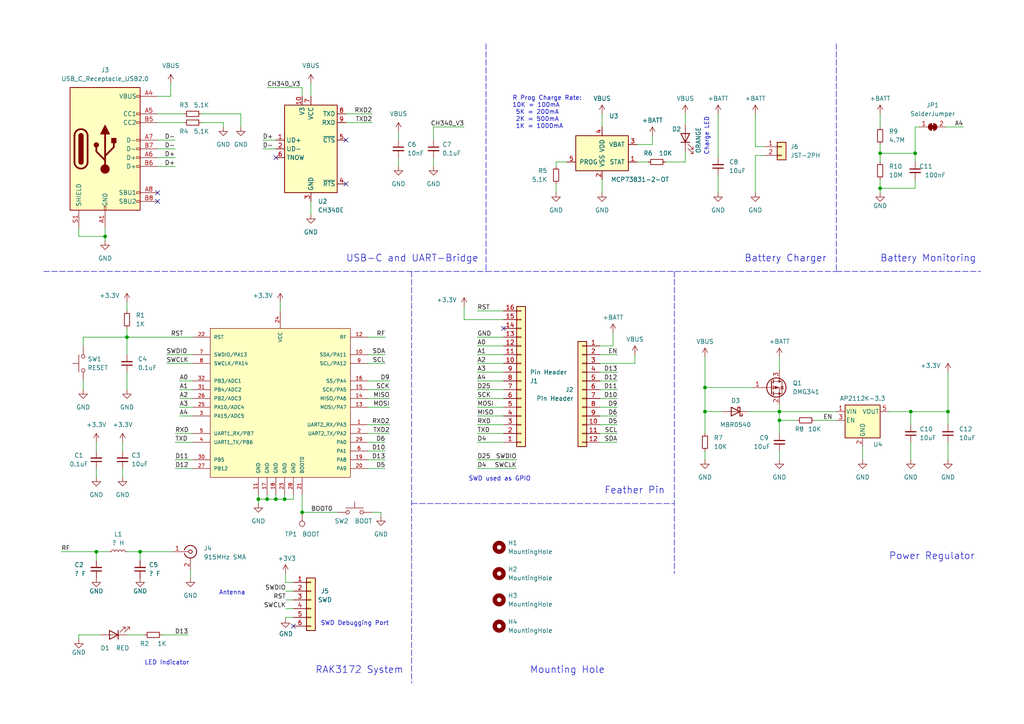
<source format=kicad_sch>
(kicad_sch (version 20211123) (generator eeschema)
  (paper "A4")
  (lib_symbols
    (symbol "Battery_Management:MCP73831-2-OT" (pin_names (offset 1.016))
      (property "Reference" "U" (at -7.62 6.35 0))
      (property "Value" "MCP73831-2-OT" (at 1.27 6.35 0))
      (symbol "MCP73831-2-OT_1_1"
        (pin output line (at 10.16 -2.54 180) (length 2.54) (name "STAT") (number "1"))
        (pin power_in line (at 0 -7.62 90) (length 2.54) (name "VSS") (number "2"))
        (pin power_out line (at 10.16 2.54 180) (length 2.54) (name "VBAT") (number "3"))
        (pin power_in line (at 0 7.62 270) (length 2.54) (name "VDD") (number "4"))
        (pin input line (at -10.16 -2.54 0) (length 2.54) (name "PROG") (number "5"))
      )
    )
    (symbol "Connector:Conn_Coaxial" (pin_names (offset 1.016) hide)
      (property "Reference" "J" (at 0.254 3.048 0))
      (property "Value" "Conn_Coaxial" (at 2.921 0 90))
      (symbol "Conn_Coaxial_1_1"
        (pin passive line (at -5.08 0 0) (length 2.54) (name "In") (number "1"))
        (pin passive line (at 0 -5.08 90) (length 2.54) (name "Ext") (number "2"))
      )
    )
    (symbol "Connector:TestPoint" (pin_numbers hide) (pin_names (offset 0.762) hide)
      (property "Reference" "TP" (at 0 6.858 0))
      (property "Value" "TestPoint" (at 0 5.08 0))
      (symbol "TestPoint_1_1"
        (pin passive line (at 0 0 90) (length 2.54) (name "1") (number "1"))
      )
    )
    (symbol "Connector:USB_C_Receptacle_USB2.0" (pin_names (offset 1.016))
      (property "Reference" "J" (at -10.16 19.05 0))
      (property "Value" "USB_C_Receptacle_USB2.0" (at 19.05 19.05 0))
      (symbol "USB_C_Receptacle_USB2.0_1_1"
        (pin passive line (at 0 -22.86 90) (length 5.08) (name "GND") (number "A1"))
        (pin passive line (at 0 -22.86 90) (length 5.08) hide (name "GND") (number "A12"))
        (pin passive line (at 15.24 15.24 180) (length 5.08) (name "VBUS") (number "A4"))
        (pin bidirectional line (at 15.24 10.16 180) (length 5.08) (name "CC1") (number "A5"))
        (pin bidirectional line (at 15.24 -2.54 180) (length 5.08) (name "D+") (number "A6"))
        (pin bidirectional line (at 15.24 2.54 180) (length 5.08) (name "D-") (number "A7"))
        (pin bidirectional line (at 15.24 -12.7 180) (length 5.08) (name "SBU1") (number "A8"))
        (pin passive line (at 15.24 15.24 180) (length 5.08) hide (name "VBUS") (number "A9"))
        (pin passive line (at 0 -22.86 90) (length 5.08) hide (name "GND") (number "B1"))
        (pin passive line (at 0 -22.86 90) (length 5.08) hide (name "GND") (number "B12"))
        (pin passive line (at 15.24 15.24 180) (length 5.08) hide (name "VBUS") (number "B4"))
        (pin bidirectional line (at 15.24 7.62 180) (length 5.08) (name "CC2") (number "B5"))
        (pin bidirectional line (at 15.24 -5.08 180) (length 5.08) (name "D+") (number "B6"))
        (pin bidirectional line (at 15.24 0 180) (length 5.08) (name "D-") (number "B7"))
        (pin bidirectional line (at 15.24 -15.24 180) (length 5.08) (name "SBU2") (number "B8"))
        (pin passive line (at 15.24 15.24 180) (length 5.08) hide (name "VBUS") (number "B9"))
        (pin passive line (at -7.62 -22.86 90) (length 5.08) (name "SHIELD") (number "S1"))
      )
    )
    (symbol "Connector_Generic:Conn_01x02" (pin_names (offset 1.016) hide)
      (property "Reference" "J" (at 0 2.54 0))
      (property "Value" "Conn_01x02" (at 0 -5.08 0))
      (symbol "Conn_01x02_1_1"
        (pin passive line (at -5.08 0 0) (length 3.81) (name "Pin_1") (number "1"))
        (pin passive line (at -5.08 -2.54 0) (length 3.81) (name "Pin_2") (number "2"))
      )
    )
    (symbol "Connector_Generic:Conn_01x06" (pin_names (offset 1.016) hide)
      (property "Reference" "J" (at 0 7.62 0))
      (property "Value" "Conn_01x06" (at 0 -10.16 0))
      (symbol "Conn_01x06_1_1"
        (pin passive line (at -5.08 5.08 0) (length 3.81) (name "Pin_1") (number "1"))
        (pin passive line (at -5.08 2.54 0) (length 3.81) (name "Pin_2") (number "2"))
        (pin passive line (at -5.08 0 0) (length 3.81) (name "Pin_3") (number "3"))
        (pin passive line (at -5.08 -2.54 0) (length 3.81) (name "Pin_4") (number "4"))
        (pin passive line (at -5.08 -5.08 0) (length 3.81) (name "Pin_5") (number "5"))
        (pin passive line (at -5.08 -7.62 0) (length 3.81) (name "Pin_6") (number "6"))
      )
    )
    (symbol "Connector_Generic:Conn_01x12" (pin_names (offset 1.016) hide)
      (property "Reference" "J" (at 0 15.24 0))
      (property "Value" "Conn_01x12" (at 0 -17.78 0))
      (symbol "Conn_01x12_1_1"
        (pin passive line (at -5.08 12.7 0) (length 3.81) (name "Pin_1") (number "1"))
        (pin passive line (at -5.08 -10.16 0) (length 3.81) (name "Pin_10") (number "10"))
        (pin passive line (at -5.08 -12.7 0) (length 3.81) (name "Pin_11") (number "11"))
        (pin passive line (at -5.08 -15.24 0) (length 3.81) (name "Pin_12") (number "12"))
        (pin passive line (at -5.08 10.16 0) (length 3.81) (name "Pin_2") (number "2"))
        (pin passive line (at -5.08 7.62 0) (length 3.81) (name "Pin_3") (number "3"))
        (pin passive line (at -5.08 5.08 0) (length 3.81) (name "Pin_4") (number "4"))
        (pin passive line (at -5.08 2.54 0) (length 3.81) (name "Pin_5") (number "5"))
        (pin passive line (at -5.08 0 0) (length 3.81) (name "Pin_6") (number "6"))
        (pin passive line (at -5.08 -2.54 0) (length 3.81) (name "Pin_7") (number "7"))
        (pin passive line (at -5.08 -5.08 0) (length 3.81) (name "Pin_8") (number "8"))
        (pin passive line (at -5.08 -7.62 0) (length 3.81) (name "Pin_9") (number "9"))
      )
    )
    (symbol "Connector_Generic:Conn_01x16" (pin_names (offset 1.016) hide)
      (property "Reference" "J" (at 0 20.32 0))
      (property "Value" "Conn_01x16" (at 0 -22.86 0))
      (symbol "Conn_01x16_1_1"
        (pin passive line (at -5.08 17.78 0) (length 3.81) (name "Pin_1") (number "1"))
        (pin passive line (at -5.08 -5.08 0) (length 3.81) (name "Pin_10") (number "10"))
        (pin passive line (at -5.08 -7.62 0) (length 3.81) (name "Pin_11") (number "11"))
        (pin passive line (at -5.08 -10.16 0) (length 3.81) (name "Pin_12") (number "12"))
        (pin passive line (at -5.08 -12.7 0) (length 3.81) (name "Pin_13") (number "13"))
        (pin passive line (at -5.08 -15.24 0) (length 3.81) (name "Pin_14") (number "14"))
        (pin passive line (at -5.08 -17.78 0) (length 3.81) (name "Pin_15") (number "15"))
        (pin passive line (at -5.08 -20.32 0) (length 3.81) (name "Pin_16") (number "16"))
        (pin passive line (at -5.08 15.24 0) (length 3.81) (name "Pin_2") (number "2"))
        (pin passive line (at -5.08 12.7 0) (length 3.81) (name "Pin_3") (number "3"))
        (pin passive line (at -5.08 10.16 0) (length 3.81) (name "Pin_4") (number "4"))
        (pin passive line (at -5.08 7.62 0) (length 3.81) (name "Pin_5") (number "5"))
        (pin passive line (at -5.08 5.08 0) (length 3.81) (name "Pin_6") (number "6"))
        (pin passive line (at -5.08 2.54 0) (length 3.81) (name "Pin_7") (number "7"))
        (pin passive line (at -5.08 0 0) (length 3.81) (name "Pin_8") (number "8"))
        (pin passive line (at -5.08 -2.54 0) (length 3.81) (name "Pin_9") (number "9"))
      )
    )
    (symbol "Device:C_Small" (pin_numbers hide) (pin_names (offset 0.254) hide)
      (property "Reference" "C" (at 0.254 1.778 0))
      (property "Value" "C_Small" (at 0.254 -2.032 0))
      (symbol "C_Small_1_1"
        (pin passive line (at 0 2.54 270) (length 2.032) (name "~") (number "1"))
        (pin passive line (at 0 -2.54 90) (length 2.032) (name "~") (number "2"))
      )
    )
    (symbol "Device:LED" (pin_numbers hide) (pin_names (offset 1.016) hide)
      (property "Reference" "D" (at 0 2.54 0))
      (property "Value" "LED" (at 0 -2.54 0))
      (symbol "LED_1_1"
        (pin passive line (at -3.81 0 0) (length 2.54) (name "K") (number "1"))
        (pin passive line (at 3.81 0 180) (length 2.54) (name "A") (number "2"))
      )
    )
    (symbol "Device:L_Small" (pin_numbers hide) (pin_names (offset 0.254) hide)
      (property "Reference" "L" (at 0.762 1.016 0))
      (property "Value" "L_Small" (at 0.762 -1.016 0))
      (symbol "L_Small_1_1"
        (pin passive line (at 0 2.54 270) (length 0.508) (name "~") (number "1"))
        (pin passive line (at 0 -2.54 90) (length 0.508) (name "~") (number "2"))
      )
    )
    (symbol "Device:Q_PMOS_GSD" (pin_names (offset 0) hide)
      (property "Reference" "Q" (at 5.08 1.27 0))
      (property "Value" "Q_PMOS_GSD" (at 5.08 -1.27 0))
      (symbol "Q_PMOS_GSD_1_1"
        (pin input line (at -5.08 0 0) (length 2.54) (name "G") (number "1"))
        (pin passive line (at 2.54 -5.08 90) (length 2.54) (name "S") (number "2"))
        (pin passive line (at 2.54 5.08 270) (length 2.54) (name "D") (number "3"))
      )
    )
    (symbol "Device:R_Small" (pin_numbers hide) (pin_names (offset 0.254) hide)
      (property "Reference" "R" (at 0.762 0.508 0))
      (property "Value" "R_Small" (at 0.762 -1.016 0))
      (symbol "R_Small_1_1"
        (pin passive line (at 0 2.54 270) (length 0.762) (name "~") (number "1"))
        (pin passive line (at 0 -2.54 90) (length 0.762) (name "~") (number "2"))
      )
    )
    (symbol "Diode:MBR0540" (pin_numbers hide) (pin_names (offset 1.016) hide)
      (property "Reference" "D" (at 0 2.54 0))
      (property "Value" "MBR0540" (at 0 -2.54 0))
      (symbol "MBR0540_1_1"
        (pin passive line (at -3.81 0 0) (length 2.54) (name "K") (number "1"))
        (pin passive line (at 3.81 0 180) (length 2.54) (name "A") (number "2"))
      )
    )
    (symbol "Interface_USB:CH340E"
      (property "Reference" "U" (at -5.08 13.97 0))
      (property "Value" "CH340E" (at 1.27 13.97 0))
      (symbol "CH340E_1_1"
        (pin bidirectional line (at -10.16 2.54 0) (length 2.54) (name "UD+") (number "1"))
        (pin passive line (at -2.54 15.24 270) (length 2.54) (name "V3") (number "10"))
        (pin bidirectional line (at -10.16 0 0) (length 2.54) (name "UD-") (number "2"))
        (pin power_in line (at 0 -15.24 90) (length 2.54) (name "GND") (number "3"))
        (pin output line (at 10.16 -10.16 180) (length 2.54) (name "~{RTS}") (number "4"))
        (pin input line (at 10.16 2.54 180) (length 2.54) (name "~{CTS}") (number "5"))
        (pin output line (at -10.16 -2.54 0) (length 2.54) (name "TNOW") (number "6"))
        (pin power_in line (at 0 15.24 270) (length 2.54) (name "VCC") (number "7"))
        (pin output line (at 10.16 10.16 180) (length 2.54) (name "TXD") (number "8"))
        (pin input line (at 10.16 7.62 180) (length 2.54) (name "RXD") (number "9"))
      )
    )
    (symbol "Jumper:SolderJumper_2_Bridged" (pin_names (offset 0) hide)
      (property "Reference" "JP" (at 0 2.032 0))
      (property "Value" "SolderJumper_2_Bridged" (at 0 -2.54 0))
      (symbol "SolderJumper_2_Bridged_1_1"
        (pin passive line (at -3.81 0 0) (length 2.54) (name "A") (number "1"))
        (pin passive line (at 3.81 0 180) (length 2.54) (name "B") (number "2"))
      )
    )
    (symbol "Mechanical:MountingHole" (pin_names (offset 1.016))
      (property "Reference" "H" (at 0 5.08 0))
      (property "Value" "MountingHole" (at 0 3.175 0))
    )
    (symbol "Regulator_Linear:AP2112K-3.3" (pin_names (offset 0.254))
      (property "Reference" "U" (at -5.08 5.715 0))
      (property "Value" "AP2112K-3.3" (at 0 5.715 0))
      (symbol "AP2112K-3.3_1_1"
        (pin power_in line (at -7.62 2.54 0) (length 2.54) (name "VIN") (number "1"))
        (pin power_in line (at 0 -7.62 90) (length 2.54) (name "GND") (number "2"))
        (pin input line (at -7.62 0 0) (length 2.54) (name "EN") (number "3"))
        (pin no_connect line (at 5.08 0 180) (length 2.54) hide (name "NC") (number "4"))
        (pin power_out line (at 7.62 2.54 180) (length 2.54) (name "VOUT") (number "5"))
      )
    )
    (symbol "Switch:SW_Push" (pin_numbers hide) (pin_names (offset 1.016) hide)
      (property "Reference" "SW" (at 1.27 2.54 0))
      (property "Value" "SW_Push" (at 0 -1.524 0))
      (symbol "SW_Push_0_1"
        (pin passive line (at -5.08 0 0) (length 2.54) (name "1") (number "1"))
        (pin passive line (at 5.08 0 180) (length 2.54) (name "2") (number "2"))
      )
    )
    (symbol "Teapot:RAK3172" (pin_names (offset 1.016))
      (symbol "RAK3172_0_0"
        (pin bidirectional line (at 25.4 -6.35 180) (length 5.08) (name "UART2_RX/PA3") (number "1"))
        (pin bidirectional line (at 25.4 13.97 180) (length 5.08) (name "SDA/PA11") (number "10"))
        (pin output line (at -6.35 -26.67 90) (length 5.08) (name "GND") (number "11"))
        (pin output line (at 25.4 19.05 180) (length 5.08) (name "RF") (number "12"))
        (pin bidirectional line (at 25.4 -1.27 180) (length 5.08) (name "MOSI/PA7") (number "13"))
        (pin bidirectional line (at 25.4 1.27 180) (length 5.08) (name "MISO/PA6") (number "14"))
        (pin bidirectional line (at 25.4 3.81 180) (length 5.08) (name "SCK/PA5") (number "15"))
        (pin bidirectional line (at 25.4 6.35 180) (length 5.08) (name "SS/PA4") (number "16"))
        (pin output line (at -3.81 -26.67 90) (length 5.08) (name "GND") (number "17"))
        (pin output line (at -1.27 -26.67 90) (length 5.08) (name "GND") (number "18"))
        (pin bidirectional line (at 25.4 -16.51 180) (length 5.08) (name "PA8") (number "19"))
        (pin bidirectional line (at 25.4 -8.89 180) (length 5.08) (name "UART2_TX/PA2") (number "2"))
        (pin bidirectional line (at 25.4 -19.05 180) (length 5.08) (name "PA9") (number "20"))
        (pin input line (at 6.35 -26.67 90) (length 5.08) (name "BOOT0") (number "21"))
        (pin input line (at -25.4 19.05 0) (length 5.08) (name "RST") (number "22"))
        (pin output line (at 1.27 -26.67 90) (length 5.08) (name "GND") (number "23"))
        (pin power_in line (at 0 26.67 270) (length 5.08) (name "VCC") (number "24"))
        (pin bidirectional line (at -25.4 -1.27 0) (length 5.08) (name "PA10/ADC4") (number "25"))
        (pin bidirectional line (at -25.4 1.27 0) (length 5.08) (name "PB2/ADC3") (number "26"))
        (pin bidirectional line (at -25.4 -19.05 0) (length 5.08) (name "PB12") (number "27"))
        (pin output line (at 3.81 -26.67 90) (length 5.08) (name "GND") (number "28"))
        (pin bidirectional line (at 25.4 -11.43 180) (length 5.08) (name "PA0") (number "29"))
        (pin bidirectional line (at -25.4 -3.81 0) (length 5.08) (name "PA15/ADC5") (number "3"))
        (pin bidirectional line (at -25.4 -16.51 0) (length 5.08) (name "PB5") (number "30"))
        (pin bidirectional line (at -25.4 3.81 0) (length 5.08) (name "PB4/ADC2") (number "31"))
        (pin bidirectional line (at -25.4 6.35 0) (length 5.08) (name "PB3/ADC1") (number "32"))
        (pin bidirectional line (at -25.4 -11.43 0) (length 5.08) (name "UART1_TX/PB6") (number "4"))
        (pin bidirectional line (at -25.4 -8.89 0) (length 5.08) (name "UART1_RX/PB7") (number "5"))
        (pin bidirectional line (at 25.4 -13.97 180) (length 5.08) (name "PA1") (number "6"))
        (pin bidirectional line (at -25.4 13.97 0) (length 5.08) (name "SWDIO/PA13") (number "7"))
        (pin bidirectional line (at -25.4 11.43 0) (length 5.08) (name "SWCLK/PA14") (number "8"))
        (pin bidirectional line (at 25.4 11.43 180) (length 5.08) (name "SCL/PA12") (number "9"))
      )
    )
    (symbol "power:+3.3V" (power) (pin_names (offset 0))
      (property "Value" "+3.3V" (at 0 3.556 0))
      (symbol "+3.3V_1_1"
        (pin power_in line (at 0 0 90) (length 0) hide (name "+3.3V") (number "1"))
      )
    )
    (symbol "power:+3V3" (power) (pin_names (offset 0))
      (property "Value" "+3V3" (at 0 3.556 0))
      (symbol "+3V3_1_1"
        (pin power_in line (at 0 0 90) (length 0) hide (name "+3V3") (number "1"))
      )
    )
    (symbol "power:+BATT" (power) (pin_names (offset 0))
      (property "Value" "+BATT" (at 0 3.556 0))
      (symbol "+BATT_1_1"
        (pin power_in line (at 0 0 90) (length 0) hide (name "+BATT") (number "1"))
      )
    )
    (symbol "power:GND" (power) (pin_names (offset 0))
      (property "Value" "GND" (at 0 -3.81 0))
      (symbol "GND_1_1"
        (pin power_in line (at 0 0 270) (length 0) hide (name "GND") (number "1"))
      )
    )
    (symbol "power:VBUS" (power) (pin_names (offset 0))
      (property "Value" "VBUS" (at 0 3.81 0))
      (symbol "VBUS_1_1"
        (pin power_in line (at 0 0 90) (length 0) hide (name "VBUS") (number "1"))
      )
    )
  )
  (junction (at 226.06 121.92))
  (junction (at 80.01 144.78))
  (junction (at 74.93 144.78))
  (junction (at 255.27 44.45))
  (junction (at 87.63 148.59))
  (junction (at 265.43 44.45))
  (junction (at 27.94 160.02))
  (junction (at 77.47 144.78))
  (junction (at 255.27 54.61))
  (junction (at 264.16 119.38))
  (junction (at 204.47 112.395))
  (junction (at 30.48 68.58))
  (junction (at 82.55 144.78))
  (junction (at 40.64 160.02))
  (junction (at 36.83 97.79))
  (junction (at 204.47 119.38))
  (junction (at 226.06 119.38))
  (junction (at 274.955 119.38))
  (no_connect (at 45.72 55.88))
  (no_connect (at 45.72 58.42))
  (no_connect (at 100.33 53.34))
  (no_connect (at 100.33 40.64))
  (no_connect (at 146.05 95.25))
  (no_connect (at 80.01 45.72))
  (no_connect (at 85.09 181.61))
  (polyline (pts (xy 140.97 12.7) (xy 140.97 78.74)))
  (wire (pts (xy 138.43 133.35) (xy 149.86 133.35)))
  (wire (pts (xy 138.43 113.03) (xy 146.05 113.03)))
  (wire (pts (xy 40.64 160.02) (xy 40.64 162.56)))
  (wire (pts (xy 274.955 107.95) (xy 274.955 119.38)))
  (wire (pts (xy 45.72 40.64) (xy 50.8 40.64)))
  (wire (pts (xy 138.43 100.33) (xy 146.05 100.33)))
  (wire (pts (xy 274.32 36.83) (xy 279.4 36.83)))
  (wire (pts (xy 80.01 144.78) (xy 77.47 144.78)))
  (wire (pts (xy 36.83 97.79) (xy 55.88 97.79)))
  (wire (pts (xy 106.68 130.81) (xy 111.76 130.81)))
  (wire (pts (xy 226.06 121.92) (xy 231.14 121.92)))
  (wire (pts (xy 30.48 68.58) (xy 30.48 69.85)))
  (wire (pts (xy 204.47 130.81) (xy 204.47 133.35)))
  (wire (pts (xy 45.72 48.26) (xy 50.8 48.26)))
  (wire (pts (xy 85.09 144.78) (xy 82.55 144.78)))
  (wire (pts (xy 24.13 110.49) (xy 24.13 113.03)))
  (wire (pts (xy 106.68 105.41) (xy 111.76 105.41)))
  (wire (pts (xy 36.83 97.79) (xy 36.83 102.87)))
  (wire (pts (xy 27.94 135.89) (xy 27.94 138.43)))
  (wire (pts (xy 49.53 24.13) (xy 49.53 27.94)))
  (wire (pts (xy 198.755 33.02) (xy 198.755 36.195)))
  (wire (pts (xy 226.06 121.92) (xy 226.06 125.73)))
  (wire (pts (xy 204.47 112.395) (xy 218.44 112.395)))
  (wire (pts (xy 29.21 184.15) (xy 22.86 184.15)))
  (wire (pts (xy 24.13 100.33) (xy 24.13 97.79)))
  (wire (pts (xy 138.43 120.65) (xy 146.05 120.65)))
  (wire (pts (xy 138.43 110.49) (xy 146.05 110.49)))
  (wire (pts (xy 134.62 92.71) (xy 134.62 88.9)))
  (polyline (pts (xy 242.57 78.74) (xy 284.48 78.74)))
  (wire (pts (xy 85.09 143.51) (xy 85.09 144.78)))
  (wire (pts (xy 50.8 133.35) (xy 55.88 133.35)))
  (wire (pts (xy 208.28 50.8) (xy 208.28 55.88)))
  (wire (pts (xy 74.93 144.78) (xy 74.93 146.05)))
  (wire (pts (xy 22.86 184.15) (xy 22.86 185.42)))
  (wire (pts (xy 50.8 128.27) (xy 55.88 128.27)))
  (wire (pts (xy 226.06 130.81) (xy 226.06 133.35)))
  (wire (pts (xy 179.07 120.65) (xy 173.99 120.65)))
  (wire (pts (xy 179.07 110.49) (xy 173.99 110.49)))
  (wire (pts (xy 264.16 128.27) (xy 264.16 133.35)))
  (wire (pts (xy 174.625 52.07) (xy 174.625 55.88)))
  (wire (pts (xy 255.27 54.61) (xy 255.27 55.88)))
  (polyline (pts (xy 119.38 78.74) (xy 119.38 198.12)))
  (wire (pts (xy 189.23 39.37) (xy 189.23 41.91)))
  (wire (pts (xy 265.43 44.45) (xy 265.43 46.99)))
  (wire (pts (xy 50.8 125.73) (xy 55.88 125.73)))
  (polyline (pts (xy 140.97 78.74) (xy 242.57 78.74)))
  (wire (pts (xy 115.57 38.1) (xy 115.57 40.64)))
  (wire (pts (xy 52.07 110.49) (xy 55.88 110.49)))
  (wire (pts (xy 138.43 105.41) (xy 146.05 105.41)))
  (wire (pts (xy 274.955 119.38) (xy 274.955 123.19)))
  (wire (pts (xy 69.85 33.02) (xy 69.85 36.83)))
  (wire (pts (xy 189.23 41.91) (xy 184.785 41.91)))
  (wire (pts (xy 204.47 103.505) (xy 204.47 112.395)))
  (polyline (pts (xy 12.7 78.74) (xy 140.97 78.74)))
  (wire (pts (xy 179.07 107.95) (xy 173.99 107.95)))
  (wire (pts (xy 106.68 133.35) (xy 111.76 133.35)))
  (wire (pts (xy 138.43 90.17) (xy 146.05 90.17)))
  (wire (pts (xy 50.8 135.89) (xy 55.88 135.89)))
  (wire (pts (xy 265.43 52.07) (xy 265.43 54.61)))
  (wire (pts (xy 17.78 160.02) (xy 27.94 160.02)))
  (wire (pts (xy 52.07 115.57) (xy 55.88 115.57)))
  (wire (pts (xy 87.63 143.51) (xy 87.63 148.59)))
  (wire (pts (xy 106.68 113.03) (xy 113.03 113.03)))
  (wire (pts (xy 264.16 119.38) (xy 264.16 123.19)))
  (wire (pts (xy 85.09 171.45) (xy 82.931 171.45)))
  (wire (pts (xy 174.625 33.02) (xy 174.625 36.83)))
  (wire (pts (xy 106.68 115.57) (xy 113.03 115.57)))
  (wire (pts (xy 45.72 35.56) (xy 53.34 35.56)))
  (wire (pts (xy 226.06 119.38) (xy 226.06 121.92)))
  (wire (pts (xy 35.56 128.27) (xy 35.56 130.81)))
  (wire (pts (xy 221.615 42.545) (xy 219.075 42.545)))
  (wire (pts (xy 82.804 168.91) (xy 85.09 168.91)))
  (wire (pts (xy 49.53 27.94) (xy 45.72 27.94)))
  (wire (pts (xy 179.07 125.73) (xy 173.99 125.73)))
  (wire (pts (xy 134.62 36.83) (xy 125.73 36.83)))
  (wire (pts (xy 138.43 118.11) (xy 146.05 118.11)))
  (wire (pts (xy 87.63 148.59) (xy 97.79 148.59)))
  (wire (pts (xy 177.8 96.52) (xy 177.8 100.33)))
  (polyline (pts (xy 119.38 146.05) (xy 195.58 146.05)))
  (wire (pts (xy 106.68 123.19) (xy 113.03 123.19)))
  (wire (pts (xy 138.43 125.73) (xy 146.05 125.73)))
  (polyline (pts (xy 242.57 12.7) (xy 242.57 78.74)))
  (wire (pts (xy 125.73 45.72) (xy 125.73 48.26)))
  (wire (pts (xy 179.07 118.11) (xy 173.99 118.11)))
  (wire (pts (xy 265.43 54.61) (xy 255.27 54.61)))
  (wire (pts (xy 255.27 44.45) (xy 265.43 44.45)))
  (wire (pts (xy 179.07 123.19) (xy 173.99 123.19)))
  (wire (pts (xy 274.955 128.27) (xy 274.955 133.35)))
  (wire (pts (xy 161.29 46.99) (xy 161.29 48.26)))
  (wire (pts (xy 138.43 107.95) (xy 146.05 107.95)))
  (wire (pts (xy 46.99 184.15) (xy 54.61 184.15)))
  (wire (pts (xy 82.931 173.99) (xy 85.09 173.99)))
  (wire (pts (xy 208.28 33.02) (xy 208.28 45.72)))
  (wire (pts (xy 27.94 128.27) (xy 27.94 130.81)))
  (wire (pts (xy 22.86 68.58) (xy 30.48 68.58)))
  (wire (pts (xy 58.42 33.02) (xy 69.85 33.02)))
  (wire (pts (xy 100.33 33.02) (xy 107.95 33.02)))
  (wire (pts (xy 198.755 46.99) (xy 193.04 46.99)))
  (wire (pts (xy 226.06 119.38) (xy 242.57 119.38)))
  (wire (pts (xy 204.47 112.395) (xy 204.47 119.38)))
  (wire (pts (xy 138.43 102.87) (xy 146.05 102.87)))
  (wire (pts (xy 100.33 35.56) (xy 107.95 35.56)))
  (wire (pts (xy 87.63 27.94) (xy 87.63 25.4)))
  (wire (pts (xy 179.07 115.57) (xy 173.99 115.57)))
  (wire (pts (xy 177.8 100.33) (xy 173.99 100.33)))
  (wire (pts (xy 27.94 160.02) (xy 27.94 162.56)))
  (wire (pts (xy 138.43 97.79) (xy 146.05 97.79)))
  (wire (pts (xy 219.075 55.88) (xy 219.075 45.085)))
  (wire (pts (xy 90.17 24.13) (xy 90.17 27.94)))
  (wire (pts (xy 27.94 160.02) (xy 31.75 160.02)))
  (wire (pts (xy 110.49 148.59) (xy 110.49 149.86)))
  (wire (pts (xy 45.72 33.02) (xy 53.34 33.02)))
  (wire (pts (xy 106.68 128.27) (xy 111.76 128.27)))
  (wire (pts (xy 255.27 44.45) (xy 255.27 46.99)))
  (wire (pts (xy 250.19 129.54) (xy 250.19 133.35)))
  (wire (pts (xy 52.07 118.11) (xy 55.88 118.11)))
  (wire (pts (xy 82.804 179.451) (xy 82.804 179.07)))
  (wire (pts (xy 64.77 35.56) (xy 64.77 36.83)))
  (wire (pts (xy 115.57 45.72) (xy 115.57 48.26)))
  (wire (pts (xy 138.43 128.27) (xy 146.05 128.27)))
  (wire (pts (xy 85.09 179.07) (xy 82.804 179.07)))
  (wire (pts (xy 179.07 128.27) (xy 173.99 128.27)))
  (wire (pts (xy 255.27 33.02) (xy 255.27 36.83)))
  (wire (pts (xy 36.83 97.79) (xy 36.83 95.25)))
  (wire (pts (xy 48.26 105.41) (xy 55.88 105.41)))
  (wire (pts (xy 24.13 97.79) (xy 36.83 97.79)))
  (wire (pts (xy 22.86 66.04) (xy 22.86 68.58)))
  (wire (pts (xy 106.68 118.11) (xy 113.03 118.11)))
  (wire (pts (xy 226.06 103.505) (xy 226.06 107.315)))
  (wire (pts (xy 58.42 35.56) (xy 64.77 35.56)))
  (polyline (pts (xy 195.58 78.74) (xy 195.58 166.37)))
  (wire (pts (xy 77.47 144.78) (xy 74.93 144.78)))
  (wire (pts (xy 106.68 97.79) (xy 111.76 97.79)))
  (wire (pts (xy 36.83 87.63) (xy 36.83 90.17)))
  (wire (pts (xy 36.83 107.95) (xy 36.83 113.03)))
  (wire (pts (xy 82.55 144.78) (xy 80.01 144.78)))
  (wire (pts (xy 48.26 102.87) (xy 55.88 102.87)))
  (wire (pts (xy 81.28 87.63) (xy 81.28 90.17)))
  (wire (pts (xy 264.16 119.38) (xy 274.955 119.38)))
  (wire (pts (xy 138.43 115.57) (xy 146.05 115.57)))
  (wire (pts (xy 52.07 120.65) (xy 55.88 120.65)))
  (wire (pts (xy 184.785 46.99) (xy 187.96 46.99)))
  (wire (pts (xy 106.68 135.89) (xy 111.76 135.89)))
  (wire (pts (xy 77.47 143.51) (xy 77.47 144.78)))
  (wire (pts (xy 40.64 160.02) (xy 50.165 160.02)))
  (wire (pts (xy 30.48 66.04) (xy 30.48 68.58)))
  (wire (pts (xy 184.15 102.87) (xy 184.15 105.41)))
  (wire (pts (xy 106.68 102.87) (xy 111.76 102.87)))
  (wire (pts (xy 204.47 119.38) (xy 204.47 125.73)))
  (wire (pts (xy 76.2 40.64) (xy 80.01 40.64)))
  (wire (pts (xy 226.06 117.475) (xy 226.06 119.38)))
  (wire (pts (xy 35.56 135.89) (xy 35.56 138.43)))
  (wire (pts (xy 217.17 119.38) (xy 226.06 119.38)))
  (wire (pts (xy 219.075 33.02) (xy 219.075 42.545)))
  (wire (pts (xy 45.72 45.72) (xy 50.8 45.72)))
  (wire (pts (xy 255.27 44.45) (xy 255.27 41.91)))
  (wire (pts (xy 198.755 43.815) (xy 198.755 46.99)))
  (wire (pts (xy 146.05 92.71) (xy 134.62 92.71)))
  (wire (pts (xy 36.83 160.02) (xy 40.64 160.02)))
  (wire (pts (xy 265.43 36.83) (xy 265.43 44.45)))
  (wire (pts (xy 52.07 113.03) (xy 55.88 113.03)))
  (wire (pts (xy 184.15 105.41) (xy 173.99 105.41)))
  (wire (pts (xy 236.22 121.92) (xy 242.57 121.92)))
  (wire (pts (xy 85.09 176.53) (xy 82.931 176.53)))
  (wire (pts (xy 36.83 184.15) (xy 41.91 184.15)))
  (wire (pts (xy 107.95 148.59) (xy 110.49 148.59)))
  (wire (pts (xy 164.465 46.99) (xy 161.29 46.99)))
  (wire (pts (xy 125.73 36.83) (xy 125.73 40.64)))
  (wire (pts (xy 82.804 166.37) (xy 82.804 168.91)))
  (wire (pts (xy 106.68 110.49) (xy 113.03 110.49)))
  (wire (pts (xy 255.27 52.07) (xy 255.27 54.61)))
  (wire (pts (xy 74.93 143.51) (xy 74.93 144.78)))
  (wire (pts (xy 76.2 43.18) (xy 80.01 43.18)))
  (wire (pts (xy 219.075 45.085) (xy 221.615 45.085)))
  (wire (pts (xy 80.01 143.51) (xy 80.01 144.78)))
  (wire (pts (xy 257.81 119.38) (xy 264.16 119.38)))
  (wire (pts (xy 161.29 53.34) (xy 161.29 55.88)))
  (wire (pts (xy 90.17 58.42) (xy 90.17 62.23)))
  (wire (pts (xy 138.43 123.19) (xy 146.05 123.19)))
  (wire (pts (xy 45.72 43.18) (xy 50.8 43.18)))
  (wire (pts (xy 82.55 143.51) (xy 82.55 144.78)))
  (wire (pts (xy 179.07 102.87) (xy 173.99 102.87)))
  (wire (pts (xy 55.245 165.1) (xy 55.245 167.64)))
  (wire (pts (xy 87.63 25.4) (xy 77.47 25.4)))
  (wire (pts (xy 204.47 119.38) (xy 209.55 119.38)))
  (wire (pts (xy 106.68 125.73) (xy 113.03 125.73)))
  (wire (pts (xy 179.07 113.03) (xy 173.99 113.03)))
  (wire (pts (xy 266.7 36.83) (xy 265.43 36.83)))
  (wire (pts (xy 138.43 135.89) (xy 149.86 135.89)))
  (text "Charge LED" (at 205.74 45.085 90) (effects (font (size 1.27 1.27)) (justify left bottom)))
  (text "Battery Monitoring" (at 255.27 76.2 0) (effects (font (size 2 2)) (justify left bottom)))
  (text "RAK3172 System" (at 91.44 195.58 0) (effects (font (size 2 2)) (justify left bottom)))
  (text "SWD used as GPIO" (at 135.89 139.7 0) (effects (font (size 1.27 1.27)) (justify left bottom)))
  (text "Mounting Hole" (at 153.67 195.58 0) (effects (font (size 2 2)) (justify left bottom)))
  (text "R Prog Charge Rate:\n10K = 100mA\n 5K = 200mA\n 2K = 500mA\n 1K = 1000mA" (at 148.59 37.465 0) (effects (font (size 1.27 1.27)) (justify left bottom)))
  (text "USB-C and UART-Bridge" (at 100.33 76.2 0) (effects (font (size 2 2)) (justify left bottom)))
  (text "SWD Debugging Port" (at 92.964 181.61 0) (effects (font (size 1.27 1.27)) (justify left bottom)))
  (text "LED Indicator" (at 41.91 193.04 0) (effects (font (size 1.27 1.27)) (justify left bottom)))
  (text "Antenna" (at 63.5 172.72 0) (effects (font (size 1.27 1.27)) (justify left bottom)))
  (text "Power Regulator" (at 257.81 162.56 0) (effects (font (size 2 2)) (justify left bottom)))
  (text "Battery Charger" (at 215.9 76.2 0) (effects (font (size 2 2)) (justify left bottom)))
  (text "Feather Pin" (at 175.26 143.51 0) (effects (font (size 2 2)) (justify left bottom)))
  (label "A4" (at 52.07 120.65 0))
  (label "D11" (at 179.07 113.03 180))
  (label "SWCLK" (at 48.26 105.41 0))
  (label "D11" (at 50.8 133.35 0))
  (label "D25" (at 138.43 113.03 0))
  (label "D12" (at 50.8 135.89 0))
  (label "CH340_V3" (at 77.47 25.4 0))
  (label "D10" (at 111.76 130.81 180))
  (label "TXD" (at 138.43 125.73 0))
  (label "SCL" (at 111.76 105.41 180))
  (label "RXD2" (at 113.03 123.19 180))
  (label "SCL" (at 179.07 125.73 180))
  (label "RF" (at 111.76 97.79 180))
  (label "RF" (at 17.78 160.02 0))
  (label "MOSI" (at 138.43 118.11 0))
  (label "SDA" (at 111.76 102.87 180))
  (label "SWCLK" (at 149.86 135.89 180))
  (label "SCK" (at 113.03 113.03 180))
  (label "D+" (at 50.8 48.26 180))
  (label "D6" (at 111.76 128.27 180))
  (label "D10" (at 179.07 115.57 180))
  (label "D12" (at 179.07 110.49 180))
  (label "SWCLK" (at 82.931 176.53 180))
  (label "SWDIO" (at 82.931 171.45 180))
  (label "D-" (at 50.8 40.64 180))
  (label "D5" (at 179.07 123.19 180))
  (label "RXD" (at 138.43 123.19 0))
  (label "A4" (at 138.43 110.49 0))
  (label "MISO" (at 113.03 115.57 180))
  (label "TXD2" (at 113.03 125.73 180))
  (label "A0" (at 138.43 100.33 0))
  (label "D6" (at 179.07 120.65 180))
  (label "RST" (at 49.53 97.79 0))
  (label "SDA" (at 179.07 128.27 180))
  (label "MOSI" (at 113.03 118.11 180))
  (label "MISO" (at 138.43 120.65 0))
  (label "SCK" (at 138.43 115.57 0))
  (label "D-" (at 76.2 43.18 0))
  (label "EN" (at 179.07 102.87 180))
  (label "BOOT0" (at 90.17 148.59 0))
  (label "D9" (at 179.07 118.11 180))
  (label "A4" (at 279.4 36.83 180))
  (label "D+" (at 50.8 45.72 180))
  (label "D+" (at 76.2 40.64 0))
  (label "A0" (at 52.07 110.49 0))
  (label "SWDIO" (at 48.26 102.87 0))
  (label "EN" (at 238.76 121.92 0))
  (label "D25" (at 138.43 133.35 0))
  (label "RST" (at 82.931 173.99 180))
  (label "A2" (at 138.43 105.41 0))
  (label "A2" (at 52.07 115.57 0))
  (label "D-" (at 50.8 43.18 180))
  (label "RST" (at 138.43 90.17 0))
  (label "TXD2" (at 107.95 35.56 180))
  (label "D4" (at 138.43 135.89 0))
  (label "SWDIO" (at 149.86 133.35 180))
  (label "D9" (at 113.03 110.49 180))
  (label "TXD" (at 50.8 128.27 0))
  (label "D13" (at 111.76 133.35 180))
  (label "RXD2" (at 107.95 33.02 180))
  (label "RXD" (at 50.8 125.73 0))
  (label "D5" (at 111.76 135.89 180))
  (label "D13" (at 179.07 107.95 180))
  (label "A3" (at 138.43 107.95 0))
  (label "D4" (at 138.43 128.27 0))
  (label "CH340_V3" (at 134.62 36.83 180))
  (label "GND" (at 138.43 97.79 0))
  (label "A3" (at 52.07 118.11 0))
  (label "A1" (at 138.43 102.87 0))
  (label "A1" (at 52.07 113.03 0))
  (label "D13" (at 54.61 184.15 180))
  (symbol (lib_id "Mechanical:MountingHole") (at 144.78 181.61 0) (unit 1)
    (property "Reference" "H4" (at 147.32 180.3399 0) (effects (justify left)))
    (property "Value" "MountingHole" (at 147.32 182.8799 0) (effects (justify left)))
    (property "Footprint" "MountingHole:MountingHole_2.5mm" (effects hide))
  )
  (symbol (lib_id "power:GND") (at 55.245 167.64 0) (unit 1)
    (property "Reference" "#PWR0122" (effects hide))
    (property "Value" "GND" (at 55.245 172.72 0))
  )
  (symbol (lib_id "power:GND") (at 110.49 149.86 0) (unit 1)
    (property "Reference" "#PWR0116" (effects hide))
    (property "Value" "GND" (at 110.49 154.94 0))
  )
  (symbol (lib_id "Switch:SW_Push") (at 102.87 148.59 0) (unit 1)
    (property "Reference" "SW2" (at 99.06 151.13 0))
    (property "Value" "BOOT" (at 105.41 151.13 0))
    (property "Footprint" "Button_Switch_SMD:SW_SPST_B3U-1000P" (effects hide))
  )
  (symbol (lib_id "Device:C_Small") (at 27.94 133.35 180) (unit 1)
    (property "Reference" "C1" (at 22.86 132.08 0))
    (property "Value" "0.1uF" (at 22.86 134.62 0))
    (property "Footprint" "Capacitor_SMD:C_0603_1608Metric" (effects hide))
  )
  (symbol (lib_id "power:+BATT") (at 219.075 33.02 0) (unit 1)
    (property "Reference" "#PWR0129" (effects hide))
    (property "Value" "+BATT" (at 219.075 28.575 0))
  )
  (symbol (lib_id "power:VBUS") (at 204.47 103.505 0) (unit 1)
    (property "Reference" "#PWR0138" (effects hide))
    (property "Value" "VBUS" (at 204.47 99.06 0))
  )
  (symbol (lib_id "power:GND") (at 22.86 185.42 0) (unit 1)
    (property "Reference" "#PWR0124" (effects hide))
    (property "Value" "GND" (at 22.86 189.23 0))
  )
  (symbol (lib_id "Device:L_Small") (at 34.29 160.02 90) (unit 1)
    (property "Reference" "L1" (at 34.29 154.94 90))
    (property "Value" "? H" (at 34.29 157.48 90))
    (property "Footprint" "Inductor_SMD:L_0603_1608Metric" (effects hide))
  )
  (symbol (lib_id "power:+3.3V") (at 27.94 128.27 0) (unit 1)
    (property "Reference" "#PWR0119" (effects hide))
    (property "Value" "+3.3V" (at 27.94 123.19 0))
  )
  (symbol (lib_id "Device:C_Small") (at 274.955 125.73 180) (unit 1)
    (property "Reference" "C12" (at 278.13 124.4535 0) (effects (justify right)))
    (property "Value" "10uF" (at 278.13 126.9935 0) (effects (justify right)))
    (property "Footprint" "Capacitor_SMD:C_0805_2012Metric" (effects hide))
  )
  (symbol (lib_id "power:GND") (at 264.16 133.35 0) (unit 1)
    (property "Reference" "#PWR0145" (effects hide))
    (property "Value" "GND" (at 264.16 138.43 0))
  )
  (symbol (lib_id "power:GND") (at 274.955 133.35 0) (unit 1)
    (property "Reference" "#PWR0146" (effects hide))
    (property "Value" "GND" (at 274.955 138.43 0))
  )
  (symbol (lib_id "Device:C_Small") (at 40.64 165.1 180) (unit 1)
    (property "Reference" "C5" (at 43.18 163.8235 0) (effects (justify right)))
    (property "Value" "? F" (at 43.18 166.3635 0) (effects (justify right)))
    (property "Footprint" "Capacitor_SMD:C_0603_1608Metric" (effects hide))
  )
  (symbol (lib_id "Device:C_Small") (at 125.73 43.18 0) (unit 1)
    (property "Reference" "C7" (at 128.27 41.9162 0) (effects (justify left)))
    (property "Value" "0.1uF" (at 128.27 44.4562 0) (effects (justify left)))
    (property "Footprint" "Capacitor_SMD:C_0603_1608Metric" (effects hide))
  )
  (symbol (lib_id "power:GND") (at 219.075 55.88 0) (unit 1)
    (property "Reference" "#PWR0128" (effects hide))
    (property "Value" "GND" (at 219.075 60.96 0))
  )
  (symbol (lib_id "Device:R_Small") (at 233.68 121.92 270) (unit 1)
    (property "Reference" "R8" (at 230.505 124.46 90) (effects (justify left)))
    (property "Value" "10K" (at 234.315 124.46 90) (effects (justify left)))
    (property "Footprint" "Resistor_SMD:R_0603_1608Metric" (effects hide))
  )
  (symbol (lib_id "power:+3.3V") (at 81.28 87.63 0) (unit 1)
    (property "Reference" "#PWR0106" (effects hide))
    (property "Value" "+3.3V" (at 76.2 85.725 0))
  )
  (symbol (lib_id "Device:LED") (at 198.755 40.005 90) (unit 1)
    (property "Reference" "D2" (at 196.215 37.465 90))
    (property "Value" "ORANGE" (at 202.565 40.64 0))
    (property "Footprint" "LED_SMD:LED_0603_1608Metric" (effects hide))
  )
  (symbol (lib_id "power:GND") (at 40.64 167.64 0) (unit 1)
    (property "Reference" "#PWR0121" (effects hide))
    (property "Value" "GND" (at 40.64 171.45 0))
  )
  (symbol (lib_id "power:GND") (at 174.625 55.88 0) (unit 1)
    (property "Reference" "#PWR0134" (effects hide))
    (property "Value" "GND" (at 174.625 60.96 0))
  )
  (symbol (lib_id "Device:LED") (at 33.02 184.15 180) (unit 1)
    (property "Reference" "D1" (at 30.48 187.96 0))
    (property "Value" "RED" (at 35.56 187.96 0))
    (property "Footprint" "LED_SMD:LED_0603_1608Metric" (effects hide))
  )
  (symbol (lib_id "Interface_USB:CH340E") (at 90.17 43.18 0) (unit 1)
    (property "Reference" "U2" (at 92.1894 58.42 0) (effects (justify left)))
    (property "Value" "CH340E" (at 92.1894 60.96 0) (effects (justify left)))
    (property "Footprint" "Package_SO:MSOP-10_3x3mm_P0.5mm" (effects hide))
    (property "Datasheet" "https://www.mpja.com/download/35227cpdata.pdf" (effects hide))
  )
  (symbol (lib_id "power:GND") (at 36.83 113.03 0) (unit 1)
    (property "Reference" "#PWR0113" (effects hide))
    (property "Value" "GND" (at 36.83 118.11 0))
  )
  (symbol (lib_id "power:GND") (at 64.77 36.83 0) (unit 1)
    (property "Reference" "#PWR0110" (effects hide))
    (property "Value" "GND" (at 64.77 41.91 0))
  )
  (symbol (lib_id "power:+3.3V") (at 36.83 87.63 0) (unit 1)
    (property "Reference" "#PWR0105" (effects hide))
    (property "Value" "+3.3V" (at 31.75 85.725 0))
  )
  (symbol (lib_id "power:GND") (at 30.48 69.85 0) (unit 1)
    (property "Reference" "#PWR0108" (effects hide))
    (property "Value" "GND" (at 30.48 74.93 0))
  )
  (symbol (lib_id "power:VBUS") (at 174.625 33.02 0) (unit 1)
    (property "Reference" "#PWR0132" (effects hide))
    (property "Value" "VBUS" (at 174.625 28.575 0))
  )
  (symbol (lib_id "power:+3.3V") (at 35.56 128.27 0) (unit 1)
    (property "Reference" "#PWR0120" (effects hide))
    (property "Value" "+3.3V" (at 35.56 123.19 0))
  )
  (symbol (lib_id "power:VBUS") (at 115.57 38.1 0) (unit 1)
    (property "Reference" "#PWR0103" (effects hide))
    (property "Value" "VBUS" (at 115.57 33.02 0))
  )
  (symbol (lib_id "power:+BATT") (at 177.8 96.52 0) (unit 1)
    (property "Reference" "#PWR0140" (effects hide))
    (property "Value" "+BATT" (at 177.8 92.075 0))
  )
  (symbol (lib_id "power:+BATT") (at 226.06 103.505 0) (unit 1)
    (property "Reference" "#PWR0139" (effects hide))
    (property "Value" "+BATT" (at 226.06 99.06 0))
  )
  (symbol (lib_id "power:+BATT") (at 189.23 39.37 0) (unit 1)
    (property "Reference" "#PWR0133" (effects hide))
    (property "Value" "+BATT" (at 189.23 34.925 0))
  )
  (symbol (lib_id "Mechanical:MountingHole") (at 144.78 166.37 0) (unit 1)
    (property "Reference" "H2" (at 147.32 165.0999 0) (effects (justify left)))
    (property "Value" "MountingHole" (at 147.32 167.6399 0) (effects (justify left)))
    (property "Footprint" "MountingHole:MountingHole_2.5mm" (effects hide))
  )
  (symbol (lib_id "Device:C_Small") (at 265.43 49.53 0) (unit 1)
    (property "Reference" "C11" (at 270.51 48.26 0) (effects (justify right)))
    (property "Value" "100nF" (at 274.32 50.8 0) (effects (justify right)))
    (property "Footprint" "Capacitor_SMD:C_0603_1608Metric_Pad1.08x0.95mm_HandSolder" (effects hide))
  )
  (symbol (lib_id "Connector:TestPoint") (at 87.63 148.59 180) (unit 1)
    (property "Reference" "TP1" (at 82.55 154.94 0) (effects (justify right)))
    (property "Value" "BOOT" (at 87.63 154.94 0) (effects (justify right)))
    (property "Footprint" "TestPoint:TestPoint_Pad_D1.0mm" (effects hide))
  )
  (symbol (lib_id "Jumper:SolderJumper_2_Bridged") (at 270.51 36.83 0) (unit 1)
    (property "Reference" "JP1" (at 270.51 30.48 0))
    (property "Value" "SolderJumper" (at 270.51 33.02 0))
    (property "Footprint" "Jumper:SolderJumper-2_P1.3mm_Bridged_RoundedPad1.0x1.5mm" (effects hide))
  )
  (symbol (lib_id "Device:R_Small") (at 161.29 50.8 0) (mirror y) (unit 1)
    (property "Reference" "R5" (at 158.75 49.5299 0) (effects (justify left)))
    (property "Value" "5.1K" (at 158.75 52.0699 0) (effects (justify left)))
    (property "Footprint" "Resistor_SMD:R_0603_1608Metric" (effects hide))
  )
  (symbol (lib_id "Connector:Conn_Coaxial") (at 55.245 160.02 0) (unit 1)
    (property "Reference" "J4" (at 59.055 159.0431 0) (effects (justify left)))
    (property "Value" "915MHz SMA" (at 59.055 161.5831 0) (effects (justify left)))
    (property "Footprint" "Teapot:SMA_Amphenol_132289_EdgeMount" (effects hide))
    (property "Datasheet" " ~" (effects hide))
  )
  (symbol (lib_id "power:GND") (at 90.17 62.23 0) (unit 1)
    (property "Reference" "#PWR0101" (effects hide))
    (property "Value" "GND" (at 90.17 67.31 0))
  )
  (symbol (lib_id "power:GND") (at 255.27 55.88 0) (unit 1)
    (property "Reference" "#PWR0137" (effects hide))
    (property "Value" "GND" (at 255.27 59.69 0))
  )
  (symbol (lib_id "power:GND") (at 115.57 48.26 0) (unit 1)
    (property "Reference" "#PWR0104" (effects hide))
    (property "Value" "GND" (at 115.57 53.34 0))
  )
  (symbol (lib_id "power:GND") (at 82.804 179.451 0) (unit 1)
    (property "Reference" "#PWR0126" (effects hide))
    (property "Value" "GND" (at 82.931 183.8452 0))
  )
  (symbol (lib_id "Device:R_Small") (at 55.88 33.02 90) (unit 1)
    (property "Reference" "R3" (at 53.34 30.48 90))
    (property "Value" "5.1K" (at 58.42 30.48 90))
    (property "Footprint" "Resistor_SMD:R_0603_1608Metric" (effects hide))
  )
  (symbol (lib_id "Device:R_Small") (at 36.83 92.71 0) (unit 1)
    (property "Reference" "R1" (at 39.37 91.4399 0) (effects (justify left)))
    (property "Value" "1K" (at 39.37 93.9799 0) (effects (justify left)))
    (property "Footprint" "Resistor_SMD:R_0603_1608Metric" (effects hide))
  )
  (symbol (lib_id "Teapot:RAK3172") (at 81.28 116.84 0) (unit 1)
    (property "Reference" "U1" (effects hide))
    (property "Value" "RAK3172" (effects hide))
    (property "Footprint" "Teapot:RAK3172" (effects hide))
  )
  (symbol (lib_id "Battery_Management:MCP73831-2-OT") (at 174.625 44.45 0) (unit 1)
    (property "Reference" "U3" (at 176.6444 33.655 0) (effects (justify left)))
    (property "Value" "MCP73831-2-OT" (at 177.165 52.07 0) (effects (justify left)))
    (property "Footprint" "Package_TO_SOT_SMD:SOT-23-5" (effects hide))
    (property "Datasheet" "http://ww1.microchip.com/downloads/en/DeviceDoc/20001984g.pdf" (effects hide))
  )
  (symbol (lib_id "Mechanical:MountingHole") (at 144.78 173.99 0) (unit 1)
    (property "Reference" "H3" (at 147.32 172.7199 0) (effects (justify left)))
    (property "Value" "MountingHole" (at 147.32 175.2599 0) (effects (justify left)))
    (property "Footprint" "MountingHole:MountingHole_2.5mm" (effects hide))
  )
  (symbol (lib_id "power:+3.3V") (at 134.62 88.9 0) (unit 1)
    (property "Reference" "#PWR0107" (effects hide))
    (property "Value" "+3.3V" (at 129.54 86.995 0))
  )
  (symbol (lib_id "Device:C_Small") (at 264.16 125.73 180) (unit 1)
    (property "Reference" "C10" (at 266.7 124.4535 0) (effects (justify right)))
    (property "Value" "10uF" (at 266.7 126.9935 0) (effects (justify right)))
    (property "Footprint" "Capacitor_SMD:C_0805_2012Metric" (effects hide))
  )
  (symbol (lib_id "Device:R_Small") (at 204.47 128.27 0) (unit 1)
    (property "Reference" "R7" (at 207.01 126.9999 0) (effects (justify left)))
    (property "Value" "10K" (at 207.01 129.5399 0) (effects (justify left)))
    (property "Footprint" "Resistor_SMD:R_0603_1608Metric" (effects hide))
  )
  (symbol (lib_id "power:VBUS") (at 184.15 102.87 0) (unit 1)
    (property "Reference" "#PWR0142" (effects hide))
    (property "Value" "VBUS" (at 184.15 98.425 0))
  )
  (symbol (lib_id "power:GND") (at 27.94 138.43 0) (unit 1)
    (property "Reference" "#PWR0118" (effects hide))
    (property "Value" "GND" (at 27.94 143.51 0))
  )
  (symbol (lib_id "Device:Q_PMOS_GSD") (at 223.52 112.395 0) (unit 1)
    (property "Reference" "Q1" (at 229.87 111.1249 0) (effects (justify left)))
    (property "Value" "DMG341" (at 229.87 113.6649 0) (effects (justify left)))
    (property "Footprint" "Package_TO_SOT_SMD:SOT-23" (effects hide))
  )
  (symbol (lib_id "Switch:SW_Push") (at 24.13 105.41 90) (unit 1)
    (property "Reference" "SW1" (at 25.4 104.1399 90) (effects (justify right)))
    (property "Value" "RESET" (at 25.4 106.6799 90) (effects (justify right)))
    (property "Footprint" "Button_Switch_SMD:SW_SPST_B3U-1000P" (effects hide))
  )
  (symbol (lib_id "Connector:USB_C_Receptacle_USB2.0") (at 30.48 43.18 0) (unit 1)
    (property "Reference" "J3" (at 30.48 20.32 0))
    (property "Value" "USB_C_Receptacle_USB2.0" (at 30.48 22.86 0))
    (property "Footprint" "Connector_USB:USB_C_Receptacle_XKB_U262-16XN-4BVC11" (effects hide))
    (property "Datasheet" "https://www.usb.org/sites/default/files/documents/usb_type-c.zip" (effects hide))
  )
  (symbol (lib_id "Device:C_Small") (at 36.83 105.41 180) (unit 1)
    (property "Reference" "C4" (at 40.005 104.1335 0) (effects (justify right)))
    (property "Value" "0.1uF" (at 40.005 106.6735 0) (effects (justify right)))
    (property "Footprint" "Capacitor_SMD:C_0603_1608Metric" (effects hide))
  )
  (symbol (lib_id "Device:C_Small") (at 115.57 43.18 0) (unit 1)
    (property "Reference" "C6" (at 118.11 41.9162 0) (effects (justify left)))
    (property "Value" "10nF" (at 118.11 44.4562 0) (effects (justify left)))
    (property "Footprint" "Capacitor_SMD:C_0603_1608Metric" (effects hide))
  )
  (symbol (lib_id "power:GND") (at 24.13 113.03 0) (unit 1)
    (property "Reference" "#PWR0114" (effects hide))
    (property "Value" "GND" (at 24.13 118.11 0))
  )
  (symbol (lib_id "power:+BATT") (at 208.28 33.02 0) (unit 1)
    (property "Reference" "#PWR0131" (effects hide))
    (property "Value" "+BATT" (at 208.28 28.575 0))
  )
  (symbol (lib_id "Diode:MBR0540") (at 213.36 119.38 180) (unit 1)
    (property "Reference" "D3" (at 213.36 116.205 0))
    (property "Value" "MBR0540" (at 213.36 123.19 0))
    (property "Footprint" "Diode_SMD:D_SOD-123" (effects hide))
    (property "Datasheet" "http://www.mccsemi.com/up_pdf/MBR0520~MBR0580(SOD123).pdf" (effects hide))
  )
  (symbol (lib_id "Device:R_Small") (at 255.27 49.53 0) (unit 1)
    (property "Reference" "R10" (at 257.81 48.2599 0) (effects (justify left)))
    (property "Value" "10M" (at 257.81 50.7999 0) (effects (justify left)))
    (property "Footprint" "Resistor_SMD:R_0603_1608Metric_Pad0.98x0.95mm_HandSolder" (effects hide))
  )
  (symbol (lib_id "power:GND") (at 226.06 133.35 0) (unit 1)
    (property "Reference" "#PWR0143" (effects hide))
    (property "Value" "GND" (at 226.06 138.43 0))
  )
  (symbol (lib_id "Connector_Generic:Conn_01x02") (at 226.695 42.545 0) (unit 1)
    (property "Reference" "J6" (at 229.235 42.5449 0) (effects (justify left)))
    (property "Value" "JST-2PH" (at 229.235 45.0849 0) (effects (justify left)))
    (property "Footprint" "Connector_JST:JST_PH_S2B-PH-SM4-TB_1x02-1MP_P2.00mm_Horizontal" (effects hide))
  )
  (symbol (lib_id "Device:R_Small") (at 44.45 184.15 270) (mirror x) (unit 1)
    (property "Reference" "R2" (at 41.91 186.69 90))
    (property "Value" "1K" (at 46.99 186.69 90))
    (property "Footprint" "Resistor_SMD:R_0603_1608Metric" (effects hide))
  )
  (symbol (lib_id "power:+3.3V") (at 274.955 107.95 0) (unit 1)
    (property "Reference" "#PWR0147" (effects hide))
    (property "Value" "+3.3V" (at 269.875 106.045 0))
  )
  (symbol (lib_id "power:VBUS") (at 49.53 24.13 0) (unit 1)
    (property "Reference" "#PWR0112" (effects hide))
    (property "Value" "VBUS" (at 49.53 19.05 0))
  )
  (symbol (lib_id "power:GND") (at 74.93 146.05 0) (unit 1)
    (property "Reference" "#PWR0115" (effects hide))
    (property "Value" "GND" (at 74.93 151.13 0))
  )
  (symbol (lib_id "power:GND") (at 208.28 55.88 0) (unit 1)
    (property "Reference" "#PWR0127" (effects hide))
    (property "Value" "GND" (at 208.28 60.96 0))
  )
  (symbol (lib_id "power:+BATT") (at 255.27 33.02 0) (unit 1)
    (property "Reference" "#PWR0136" (effects hide))
    (property "Value" "+BATT" (at 255.27 28.575 0))
  )
  (symbol (lib_id "Regulator_Linear:AP2112K-3.3") (at 250.19 121.92 0) (unit 1)
    (property "Reference" "U4" (at 254.635 128.905 0))
    (property "Value" "AP2112K-3.3" (at 250.19 115.57 0))
    (property "Footprint" "Package_TO_SOT_SMD:SOT-23-5" (effects hide))
    (property "Datasheet" "https://www.diodes.com/assets/Datasheets/AP2112.pdf" (effects hide))
  )
  (symbol (lib_id "power:VBUS") (at 198.755 33.02 0) (unit 1)
    (property "Reference" "#PWR0130" (effects hide))
    (property "Value" "VBUS" (at 198.755 28.575 0))
  )
  (symbol (lib_id "power:GND") (at 204.47 133.35 0) (unit 1)
    (property "Reference" "#PWR0141" (effects hide))
    (property "Value" "GND" (at 204.47 138.43 0))
  )
  (symbol (lib_id "Device:R_Small") (at 55.88 35.56 90) (unit 1)
    (property "Reference" "R4" (at 53.34 38.1 90))
    (property "Value" "5.1K" (at 58.42 38.1 90))
    (property "Footprint" "Resistor_SMD:R_0603_1608Metric" (effects hide))
  )
  (symbol (lib_id "Connector_Generic:Conn_01x16") (at 151.13 110.49 0) (mirror x) (unit 1)
    (property "Reference" "J1" (at 153.67 110.4901 0) (effects (justify left)))
    (property "Value" "Pin Header" (at 153.67 107.9501 0) (effects (justify left)))
    (property "Footprint" "Connector_PinHeader_2.54mm:PinHeader_1x16_P2.54mm_Vertical" (effects hide))
  )
  (symbol (lib_id "Device:C_Small") (at 35.56 133.35 180) (unit 1)
    (property "Reference" "C3" (at 38.1 132.0735 0) (effects (justify right)))
    (property "Value" "10uF" (at 38.1 134.6135 0) (effects (justify right)))
    (property "Footprint" "Capacitor_SMD:C_0603_1608Metric" (effects hide))
  )
  (symbol (lib_id "power:GND") (at 27.94 167.64 0) (unit 1)
    (property "Reference" "#PWR0123" (effects hide))
    (property "Value" "GND" (at 27.94 171.45 0))
  )
  (symbol (lib_id "power:GND") (at 35.56 138.43 0) (unit 1)
    (property "Reference" "#PWR0117" (effects hide))
    (property "Value" "GND" (at 35.56 143.51 0))
  )
  (symbol (lib_id "power:GND") (at 69.85 36.83 0) (unit 1)
    (property "Reference" "#PWR0109" (effects hide))
    (property "Value" "GND" (at 69.85 41.91 0))
  )
  (symbol (lib_id "Device:C_Small") (at 27.94 165.1 180) (unit 1)
    (property "Reference" "C2" (at 21.59 163.83 0) (effects (justify right)))
    (property "Value" "? F" (at 21.59 166.37 0) (effects (justify right)))
    (property "Footprint" "Capacitor_SMD:C_0603_1608Metric" (effects hide))
  )
  (symbol (lib_id "Device:C_Small") (at 208.28 48.26 180) (unit 1)
    (property "Reference" "C8" (at 211.455 46.9835 0) (effects (justify right)))
    (property "Value" "10uF" (at 211.455 49.5235 0) (effects (justify right)))
    (property "Footprint" "Capacitor_SMD:C_0805_2012Metric" (effects hide))
  )
  (symbol (lib_id "Mechanical:MountingHole") (at 144.78 158.75 0) (unit 1)
    (property "Reference" "H1" (at 147.32 157.4799 0) (effects (justify left)))
    (property "Value" "MountingHole" (at 147.32 160.0199 0) (effects (justify left)))
    (property "Footprint" "MountingHole:MountingHole_2.5mm" (effects hide))
  )
  (symbol (lib_id "power:GND") (at 250.19 133.35 0) (unit 1)
    (property "Reference" "#PWR0144" (effects hide))
    (property "Value" "GND" (at 250.19 138.43 0))
  )
  (symbol (lib_id "power:GND") (at 125.73 48.26 0) (unit 1)
    (property "Reference" "#PWR0102" (effects hide))
    (property "Value" "GND" (at 125.73 53.34 0))
  )
  (symbol (lib_id "Device:R_Small") (at 255.27 39.37 0) (unit 1)
    (property "Reference" "R9" (at 257.81 38.0999 0) (effects (justify left)))
    (property "Value" "4.7M" (at 257.81 40.6399 0) (effects (justify left)))
    (property "Footprint" "Resistor_SMD:R_0603_1608Metric_Pad0.98x0.95mm_HandSolder" (effects hide))
  )
  (symbol (lib_id "power:+3V3") (at 82.804 166.37 0) (unit 1)
    (property "Reference" "#PWR0125" (effects hide))
    (property "Value" "+3V3" (at 83.185 161.9758 0))
  )
  (symbol (lib_id "Device:R_Small") (at 190.5 46.99 90) (mirror x) (unit 1)
    (property "Reference" "R6" (at 187.96 44.45 90))
    (property "Value" "10K" (at 193.04 44.45 90))
    (property "Footprint" "Resistor_SMD:R_0603_1608Metric" (effects hide))
  )
  (symbol (lib_id "Device:C_Small") (at 226.06 128.27 180) (unit 1)
    (property "Reference" "C9" (at 221.615 127 0))
    (property "Value" "10uF" (at 220.98 129.54 0))
    (property "Footprint" "Capacitor_SMD:C_0805_2012Metric" (effects hide))
  )
  (symbol (lib_id "Connector_Generic:Conn_01x12") (at 168.91 113.03 0) (mirror y) (unit 1)
    (property "Reference" "J2" (at 166.37 113.0299 0) (effects (justify left)))
    (property "Value" "Pin Header" (at 166.37 115.5699 0) (effects (justify left)))
    (property "Footprint" "Connector_PinHeader_2.54mm:PinHeader_1x12_P2.54mm_Vertical" (effects hide))
  )
  (symbol (lib_id "power:VBUS") (at 90.17 24.13 0) (unit 1)
    (property "Reference" "#PWR0111" (effects hide))
    (property "Value" "VBUS" (at 90.17 19.05 0))
  )
  (symbol (lib_id "power:GND") (at 161.29 55.88 0) (unit 1)
    (property "Reference" "#PWR0135" (effects hide))
    (property "Value" "GND" (at 161.29 60.96 0))
  )
  (symbol (lib_id "Connector_Generic:Conn_01x06") (at 90.17 173.99 0) (unit 1)
    (property "Reference" "J5" (at 94.234 171.45 0))
    (property "Value" "SWD" (at 94.234 173.99 0))
    (property "Footprint" "Connector:Tag-Connect_TC2030-IDC-NL_2x03_P1.27mm_Vertical" (effects hide))
  )
)
</source>
